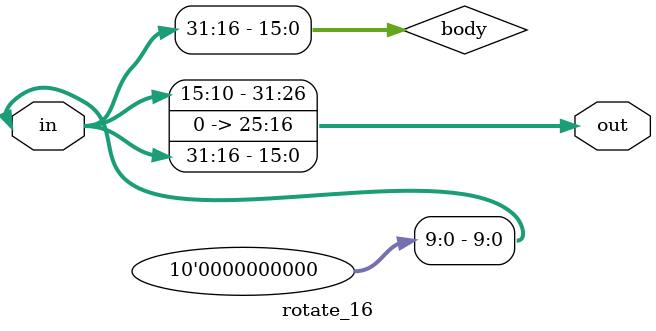
<source format=v>
module right_rotator(in, out, rotate_amt);
    // rotates input right by rotate_amt

    input[31:0] in;
    input [4:0] rotate_amt;

    output [31:0] out;

    wire [31:0] r1, r2, r4, r8, r16;
    wire [31:0] mux1, mux2, mux3, mux4;

    // if 4th bit of rotate_amt is on, rotate input by 16 bits
    rotate_16 first_rotate(.in(in), .out(r16));
    assign mux1 = rotate_amt[4] ? r16 : in;

    // if 3rd bit of rotate_amt is on, rotate output of last mux by 8 bits (either r16 or in)
    rotate_8 second_rotate(.in(mux1), .out(r8));
    assign mux2 = rotate_amt[3] ? r8 : mux1;

    // if 2nd bit of rotate_amt is on, rotate output of last mux by 4 bits (either r8 or mux2)
    rotate_4 third_rotate(.in(mux2), .out(r4));
    assign mux3 = rotate_amt[2] ? r4 : mux2;

    // if 1st bit of rotate_amt is on, rotate output of last mux by 2 bits (either r4 or mux2)
    rotate_2 fourth_rotate(.in(mux3), .out(r2));
    assign mux4 = rotate_amt[1] ? r2 : mux3;

    // if 0th bit of rotate_amt is on, rotate output of last mux by 1 bit (either r2 or mux3)
    rotate_1 fifth_rotate(.in(mux4), .out(r1));
    assign out = rotate_amt[0] ? r1 : mux4;


endmodule

module rotate_1(in, out);
    // rotates input right by 1 bit

    input[31:0] in;
    output[31:0] out;

    wire [30:0] body;
    assign body = in[31:1];

    assign out[30:0] = body;
    assign out[31] = in[0];

endmodule

module rotate_2(in, out);
    // rotates input right by 2

    input[31:0] in;
    output[31:0] out;

    wire[29:0] body;
    assign body = in[31:2];

    assign out[29:0] = body;
    assign out[31:30] = in[1:0];

endmodule

module rotate_4(in, out);
    // rotates input right by 4

    input [31:0] in;
    output [31:0] out;

    wire[27:0] body;
    assign body = in[31:4];

    assign out[27:0] = body;
    assign out[31:28] = in[3:0];

endmodule

module rotate_8(in, out);
    // rotates input right by 8

    input [31:0] in;
    output [31:0] out;

    wire[23:0] body;
    assign body = in[31:8];

    assign out[23:0] = body;
    assign out[31:24] = in[7:0];

endmodule

module rotate_16(in, out);
    // rotates input right by 16

    input [31:0] in;
    output [31:0] out;

    wire[15:0] body;
    assign body = in[31:16];

    assign out[25:0] = body;
    assign out[31:16] = in[15:0];

endmodule
</source>
